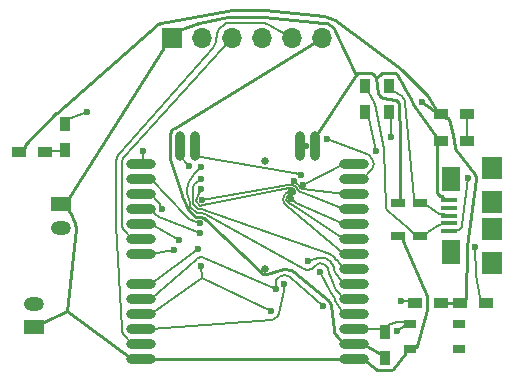
<source format=gtl>
G04 #@! TF.FileFunction,Copper,L1,Top,Signal*
%FSLAX46Y46*%
G04 Gerber Fmt 4.6, Leading zero omitted, Abs format (unit mm)*
G04 Created by KiCad (PCBNEW 4.0.7) date 06/27/18 00:10:41*
%MOMM*%
%LPD*%
G01*
G04 APERTURE LIST*
%ADD10C,0.150000*%
%ADD11R,1.200000X0.750000*%
%ADD12R,1.200000X0.900000*%
%ADD13R,1.350000X0.400000*%
%ADD14R,1.600000X2.100000*%
%ADD15R,1.800000X1.900000*%
%ADD16R,0.900000X1.200000*%
%ADD17C,0.650000*%
%ADD18R,1.700000X1.200000*%
%ADD19O,1.700000X1.200000*%
%ADD20R,1.050000X0.650000*%
%ADD21R,1.700000X1.700000*%
%ADD22O,1.700000X1.700000*%
%ADD23O,2.500000X0.900000*%
%ADD24O,0.900000X2.500000*%
%ADD25C,0.600000*%
%ADD26C,0.250000*%
%ADD27C,0.200000*%
G04 APERTURE END LIST*
D10*
D11*
X163027000Y-106756000D03*
X161127000Y-106756000D03*
D12*
X166987000Y-96469200D03*
X164787000Y-96469200D03*
X162628000Y-112471000D03*
X164828000Y-112471000D03*
X131300000Y-99644200D03*
X129100000Y-99644200D03*
D13*
X165519000Y-106335000D03*
X165519000Y-105685000D03*
X165519000Y-105035000D03*
X165519000Y-104385000D03*
X165519000Y-103735000D03*
D14*
X165669000Y-108135000D03*
X165669000Y-101935000D03*
D15*
X169096000Y-106185000D03*
X169096000Y-103885000D03*
X169096000Y-109035000D03*
X169096000Y-101035000D03*
D12*
X164787000Y-98755200D03*
X166987000Y-98755200D03*
D16*
X160045000Y-114927000D03*
X160045000Y-117127000D03*
X158331000Y-94036200D03*
X158331000Y-96236200D03*
X160363000Y-94036200D03*
X160363000Y-96236200D03*
X132994000Y-99474200D03*
X132994000Y-97274200D03*
D11*
X163027000Y-103962000D03*
X161127000Y-103962000D03*
D12*
X168638000Y-112471000D03*
X166438000Y-112471000D03*
D17*
X149861000Y-100428000D03*
X149861000Y-109528000D03*
D18*
X132613000Y-104089000D03*
D19*
X132613000Y-106089000D03*
D18*
X130327000Y-114503000D03*
D19*
X130327000Y-112503000D03*
D20*
X162161000Y-114190000D03*
X166311000Y-114190000D03*
X162161000Y-116340000D03*
X166311000Y-116340000D03*
D21*
X142011000Y-89992200D03*
D22*
X144551000Y-89992200D03*
X147091000Y-89992200D03*
X149631000Y-89992200D03*
X152171000Y-89992200D03*
X154711000Y-89992200D03*
D23*
X139413566Y-117162338D03*
X139413566Y-115892338D03*
X139413566Y-114622338D03*
X139413566Y-113352338D03*
X139413566Y-112082338D03*
X139413566Y-110812338D03*
X139413566Y-108272338D03*
X139413566Y-107002338D03*
X139413566Y-105732338D03*
X139413566Y-104462338D03*
X139413566Y-103192338D03*
X139413566Y-101922338D03*
X139413566Y-100652338D03*
D24*
X142698566Y-99162338D03*
X143968566Y-99162338D03*
X152858566Y-99162338D03*
X154128566Y-99162338D03*
D23*
X157413566Y-100652338D03*
X157413566Y-101922338D03*
X157413566Y-103192338D03*
X157413566Y-104462338D03*
X157413566Y-105732338D03*
X157413566Y-107002338D03*
X157413566Y-108272338D03*
X157413566Y-109542338D03*
X157413566Y-110812338D03*
X157413566Y-112082338D03*
X157413566Y-113352338D03*
X157413566Y-114622338D03*
X157413566Y-115892338D03*
X157413566Y-117162338D03*
D25*
X163166500Y-95462100D03*
X161095100Y-114775000D03*
X161390700Y-112310900D03*
X167051200Y-101873000D03*
X150401100Y-113153400D03*
X144478300Y-109294400D03*
X160576500Y-98388600D03*
X159290300Y-99535700D03*
X150790400Y-111289700D03*
X154791600Y-112674800D03*
X134831400Y-96259800D03*
X154584200Y-109809300D03*
X144478300Y-100963600D03*
X153530600Y-108919500D03*
X144466900Y-101923000D03*
X152084200Y-103015100D03*
X144485200Y-102825700D03*
X152084200Y-103657300D03*
X144595900Y-103712500D03*
X152330800Y-102135900D03*
X155179200Y-98598900D03*
X153158300Y-102481900D03*
X153387700Y-99145400D03*
X152980300Y-101564100D03*
X143433400Y-100866600D03*
X139559100Y-99602200D03*
X144391100Y-105631800D03*
X141143700Y-104481800D03*
X144410800Y-106514600D03*
X142603700Y-107131600D03*
X142225200Y-107968800D03*
X144205500Y-107906100D03*
X151545700Y-110795000D03*
X167690700Y-107714100D03*
D26*
X129575000Y-99319200D02*
X129100000Y-99644200D01*
X129575000Y-99194200D02*
X129575000Y-99319200D01*
X129575000Y-99169900D02*
X129575000Y-99194200D01*
X129593200Y-99125000D02*
X129575000Y-99169900D01*
X129610000Y-99107500D02*
X129593200Y-99125000D01*
X132237400Y-96379000D02*
X129610000Y-99107500D01*
X132243800Y-96372400D02*
X132237400Y-96379000D01*
X132257000Y-96359800D02*
X132243800Y-96372400D01*
X132263900Y-96353800D02*
X132257000Y-96359800D01*
X140880900Y-88821800D02*
X132263900Y-96353800D01*
X140924200Y-88783900D02*
X140880900Y-88821800D01*
X141028000Y-88733800D02*
X140924200Y-88783900D01*
X141084600Y-88723500D02*
X141028000Y-88733800D01*
X146673100Y-87703200D02*
X141084600Y-88723500D01*
X146776500Y-87684400D02*
X146673100Y-87703200D01*
X146985900Y-87665400D02*
X146776500Y-87684400D01*
X147091000Y-87665400D02*
X146985900Y-87665400D01*
X149631000Y-87665400D02*
X147091000Y-87665400D01*
X149688400Y-87665400D02*
X149631000Y-87665400D01*
X149803100Y-87671000D02*
X149688400Y-87665400D01*
X149860300Y-87676700D02*
X149803100Y-87671000D01*
X154891000Y-88174900D02*
X149860300Y-87676700D01*
X155136300Y-88199200D02*
X154891000Y-88174900D01*
X155596500Y-88376200D02*
X155136300Y-88199200D01*
X155794900Y-88522500D02*
X155596500Y-88376200D01*
X161392400Y-92650500D02*
X155794900Y-88522500D01*
X161423100Y-92673200D02*
X161392400Y-92650500D01*
X161480700Y-92723100D02*
X161423100Y-92673200D01*
X161507500Y-92750200D02*
X161480700Y-92723100D01*
X163682700Y-94952200D02*
X161507500Y-92750200D01*
X163714800Y-94984600D02*
X163682700Y-94952200D01*
X163770200Y-95057000D02*
X163714800Y-94984600D01*
X163793200Y-95096400D02*
X163770200Y-95057000D01*
X164295000Y-95956200D02*
X163793200Y-95096400D01*
X164303300Y-95970600D02*
X164295000Y-95956200D01*
X164312000Y-96002600D02*
X164303300Y-95970600D01*
X164312000Y-96019200D02*
X164312000Y-96002600D01*
X164312000Y-96144200D02*
X164312000Y-96019200D01*
X164787000Y-96469200D02*
X164312000Y-96144200D01*
X165262000Y-96794200D02*
X164787000Y-96469200D01*
X165387000Y-96794200D02*
X165262000Y-96794200D01*
X165430900Y-96794200D02*
X165387000Y-96794200D01*
X165499500Y-96849200D02*
X165430900Y-96794200D01*
X165509000Y-96892100D02*
X165499500Y-96849200D01*
X165802500Y-98212900D02*
X165509000Y-96892100D01*
X165807600Y-98240400D02*
X165802500Y-98212900D01*
X165966400Y-99270000D02*
X165807600Y-98240400D01*
X166019800Y-99427400D02*
X166054600Y-99471000D01*
X165974900Y-99325200D02*
X166019800Y-99427400D01*
X165966400Y-99270000D02*
X165974900Y-99325200D01*
X167614900Y-101422300D02*
X166054600Y-99471000D01*
X167708000Y-101538700D02*
X167614900Y-101422300D01*
X167786700Y-101826100D02*
X167708000Y-101538700D01*
X167765900Y-101973600D02*
X167786700Y-101826100D01*
X166972200Y-107613000D02*
X167765900Y-101973600D01*
X166965500Y-107682100D02*
X166965200Y-107705300D01*
X166969000Y-107635900D02*
X166965500Y-107682100D01*
X166972200Y-107613000D02*
X166969000Y-107635900D01*
X166913000Y-112019500D02*
X166965200Y-107705300D01*
X166913000Y-112021000D02*
X166913000Y-112019500D01*
X166913000Y-112146000D02*
X166913000Y-112021000D01*
X166438000Y-112471000D02*
X166913000Y-112146000D01*
X164312000Y-96144200D02*
X164787000Y-96469200D01*
X164187000Y-96144200D02*
X164312000Y-96144200D01*
X164167900Y-96144100D02*
X164187000Y-96144200D01*
X164131400Y-96132700D02*
X164167900Y-96144100D01*
X164115700Y-96121800D02*
X164131400Y-96132700D01*
X163166500Y-95462100D02*
X164115700Y-96121800D01*
X165963000Y-112471000D02*
X166438000Y-112471000D01*
X165838000Y-112471000D02*
X165963000Y-112471000D01*
X165428000Y-112471000D02*
X165838000Y-112471000D01*
X165303000Y-112471000D02*
X165428000Y-112471000D01*
X164828000Y-112471000D02*
X165303000Y-112471000D01*
X138613600Y-117162300D02*
X133134600Y-113162100D01*
X139413600Y-117162300D02*
X138613600Y-117162300D01*
X164443400Y-99080200D02*
X164787000Y-98755200D01*
X164443400Y-99205200D02*
X164443400Y-99080200D01*
X164443400Y-102959400D02*
X164443400Y-99205200D01*
X164443400Y-102962700D02*
X164443400Y-102959400D01*
X164443600Y-102988300D02*
X164443400Y-102962700D01*
X164673000Y-103397700D02*
X164839200Y-103409400D01*
X164444900Y-103154900D02*
X164673000Y-103397700D01*
X164443600Y-102988300D02*
X164444900Y-103154900D01*
X164852800Y-103410300D02*
X164839200Y-103409400D01*
X164901900Y-103413800D02*
X164852800Y-103410300D01*
X164969000Y-103485800D02*
X164901900Y-103413800D01*
X164969000Y-103535000D02*
X164969000Y-103485800D01*
X164969000Y-103660000D02*
X164969000Y-103535000D01*
X165519000Y-103735000D02*
X164969000Y-103660000D01*
X131228100Y-114017100D02*
X133134600Y-113162100D01*
X131216000Y-114022500D02*
X131228100Y-114017100D01*
X131190200Y-114028000D02*
X131216000Y-114022500D01*
X131177000Y-114028000D02*
X131190200Y-114028000D01*
X131052000Y-114028000D02*
X131177000Y-114028000D01*
X130327000Y-114503000D02*
X131052000Y-114028000D01*
X156613600Y-117162300D02*
X157413600Y-117162300D01*
X140213600Y-117162300D02*
X156613600Y-117162300D01*
X139413600Y-117162300D02*
X140213600Y-117162300D01*
X133338000Y-104564000D02*
X132613000Y-104089000D01*
X133338000Y-104689000D02*
X133338000Y-104564000D01*
X133344300Y-104730800D02*
X133350500Y-104743500D01*
X133338000Y-104703200D02*
X133344300Y-104730800D01*
X133338000Y-104689000D02*
X133338000Y-104703200D01*
X133785900Y-105641600D02*
X133350500Y-104743500D01*
X133848700Y-105771300D02*
X133785900Y-105641600D01*
X133898100Y-106055300D02*
X133848700Y-105771300D01*
X133882700Y-106198600D02*
X133898100Y-106055300D01*
X133134600Y-113162100D02*
X133882700Y-106198600D01*
X162561000Y-116140000D02*
X162161000Y-116340000D01*
X162686000Y-116140000D02*
X162561000Y-116140000D01*
X162795300Y-116088900D02*
X162806500Y-116048300D01*
X162728200Y-116140000D02*
X162795300Y-116088900D01*
X162686000Y-116140000D02*
X162728200Y-116140000D01*
X163638300Y-113034200D02*
X162806500Y-116048300D01*
X163653600Y-112949700D02*
X163653600Y-112921000D01*
X163645900Y-113006500D02*
X163653600Y-112949700D01*
X163638300Y-113034200D02*
X163645900Y-113006500D01*
X163653600Y-112021000D02*
X163653600Y-112921000D01*
X163636100Y-111892800D02*
X163619100Y-111853000D01*
X163653600Y-111977700D02*
X163636100Y-111892800D01*
X163653600Y-112021000D02*
X163653600Y-111977700D01*
X161612100Y-107180300D02*
X163619100Y-111853000D01*
X161607100Y-107168600D02*
X161612100Y-107180300D01*
X161602000Y-107143700D02*
X161607100Y-107168600D01*
X161602000Y-107131000D02*
X161602000Y-107143700D01*
X161602000Y-107006000D02*
X161602000Y-107131000D01*
X161127000Y-106756000D02*
X161602000Y-107006000D01*
X142736000Y-89267200D02*
X142011000Y-89992200D01*
X142861000Y-89267200D02*
X142736000Y-89267200D01*
X142895200Y-89263000D02*
X142905900Y-89258800D01*
X142872500Y-89267200D02*
X142895200Y-89263000D01*
X142861000Y-89267200D02*
X142872500Y-89267200D01*
X144092500Y-88801800D02*
X142905900Y-89258800D01*
X144142900Y-88782400D02*
X144092500Y-88801800D01*
X144246600Y-88752200D02*
X144142900Y-88782400D01*
X144299600Y-88741600D02*
X144246600Y-88752200D01*
X146740900Y-88250800D02*
X144299600Y-88741600D01*
X146827400Y-88233500D02*
X146740900Y-88250800D01*
X147002800Y-88216000D02*
X146827400Y-88233500D01*
X147091000Y-88216000D02*
X147002800Y-88216000D01*
X149631000Y-88216000D02*
X147091000Y-88216000D01*
X149674800Y-88216000D02*
X149631000Y-88216000D01*
X149762400Y-88220300D02*
X149674800Y-88216000D01*
X149806000Y-88224600D02*
X149762400Y-88220300D01*
X154836700Y-88722800D02*
X149806000Y-88224600D01*
X155172700Y-88756100D02*
X154836700Y-88722800D01*
X155723800Y-89146500D02*
X155172700Y-88756100D01*
X155866700Y-89452400D02*
X155723800Y-89146500D01*
X157583400Y-93127600D02*
X155866700Y-89452400D01*
X154128600Y-98362300D02*
X157583400Y-93127600D01*
X154128600Y-99162300D02*
X154128600Y-98362300D01*
X161761000Y-116540000D02*
X162161000Y-116340000D01*
X161761000Y-116665000D02*
X161761000Y-116540000D01*
X161761000Y-116684800D02*
X161761000Y-116665000D01*
X161748800Y-116722400D02*
X161761000Y-116684800D01*
X161737200Y-116738400D02*
X161748800Y-116722400D01*
X160839600Y-117976800D02*
X161737200Y-116738400D01*
X160779500Y-118059600D02*
X160839600Y-117976800D01*
X160597300Y-118152600D02*
X160779500Y-118059600D01*
X160495000Y-118152600D02*
X160597300Y-118152600D01*
X159595000Y-118152600D02*
X160495000Y-118152600D01*
X159522200Y-118152600D02*
X159595000Y-118152600D01*
X159385000Y-118104300D02*
X159522200Y-118152600D01*
X159328300Y-118058700D02*
X159385000Y-118104300D01*
X158213600Y-117162300D02*
X159328300Y-118058700D01*
X157413600Y-117162300D02*
X158213600Y-117162300D01*
X159628100Y-93120000D02*
X159309900Y-93406800D01*
X159686700Y-93067200D02*
X159628100Y-93120000D01*
X159834100Y-93010600D02*
X159686700Y-93067200D01*
X159913000Y-93010600D02*
X159834100Y-93010600D01*
X160813000Y-93010600D02*
X159913000Y-93010600D01*
X160930000Y-93010600D02*
X160813000Y-93010600D01*
X161131000Y-93130100D02*
X160930000Y-93010600D01*
X161186900Y-93232800D02*
X161131000Y-93130100D01*
X162110300Y-94930600D02*
X161186900Y-93232800D01*
X162148300Y-95005500D02*
X162110300Y-94930600D01*
X162510400Y-95772000D02*
X162148300Y-95005500D01*
X162560000Y-95861900D02*
X162580200Y-95889600D01*
X162525000Y-95803000D02*
X162560000Y-95861900D01*
X162510400Y-95772000D02*
X162525000Y-95803000D01*
X164288000Y-98231600D02*
X162580200Y-95889600D01*
X164299700Y-98247600D02*
X164288000Y-98231600D01*
X164312000Y-98285400D02*
X164299700Y-98247600D01*
X164312000Y-98305200D02*
X164312000Y-98285400D01*
X164312000Y-98430200D02*
X164312000Y-98305200D01*
X164787000Y-98755200D02*
X164312000Y-98430200D01*
X159491600Y-94695600D02*
X159309900Y-93406800D01*
X159709100Y-95035400D02*
X159848200Y-95056800D01*
X159511200Y-94835000D02*
X159709100Y-95035400D01*
X159491600Y-94695600D02*
X159511200Y-94835000D01*
X160877800Y-95215600D02*
X159848200Y-95056800D01*
X161030700Y-95239100D02*
X160877800Y-95215600D01*
X161234900Y-95471700D02*
X161030700Y-95239100D01*
X161238500Y-95626400D02*
X161234900Y-95471700D01*
X161301900Y-98371800D02*
X161238500Y-95626400D01*
X161302100Y-98388600D02*
X161301900Y-98371800D01*
X161302100Y-103587000D02*
X161302100Y-98388600D01*
X161302100Y-103712000D02*
X161302100Y-103587000D01*
X161127000Y-103962000D02*
X161302100Y-103712000D01*
X157624600Y-93096500D02*
X157583400Y-93127600D01*
X157680000Y-93054700D02*
X157624600Y-93096500D01*
X157811600Y-93010600D02*
X157680000Y-93054700D01*
X157881000Y-93010600D02*
X157811600Y-93010600D01*
X158781000Y-93010600D02*
X157881000Y-93010600D01*
X158875900Y-93010600D02*
X158781000Y-93010600D01*
X159047700Y-93091200D02*
X158875900Y-93010600D01*
X159108400Y-93164200D02*
X159047700Y-93091200D01*
X159309900Y-93406800D02*
X159108400Y-93164200D01*
X141286000Y-90717200D02*
X142011000Y-89992200D01*
X141286000Y-90842200D02*
X141286000Y-90717200D01*
X141286000Y-90859900D02*
X141286000Y-90842200D01*
X141276200Y-90894000D02*
X141286000Y-90859900D01*
X141266700Y-90909000D02*
X141276200Y-90894000D01*
X133357300Y-103422200D02*
X141266700Y-90909000D01*
X133338000Y-103471300D02*
X133338000Y-103489000D01*
X133347800Y-103437200D02*
X133338000Y-103471300D01*
X133357300Y-103422200D02*
X133347800Y-103437200D01*
X133338000Y-103614000D02*
X133338000Y-103489000D01*
X132613000Y-104089000D02*
X133338000Y-103614000D01*
X158213600Y-115892300D02*
X157413600Y-115892300D01*
X159533600Y-116635900D02*
X158213600Y-115892300D01*
X159578900Y-116652000D02*
X159595000Y-116652000D01*
X159547700Y-116643800D02*
X159578900Y-116652000D01*
X159533600Y-116635900D02*
X159547700Y-116643800D01*
X159720000Y-116652000D02*
X159595000Y-116652000D01*
X160045000Y-117127000D02*
X159720000Y-116652000D01*
X142241900Y-97615200D02*
X154711000Y-89992200D01*
X141823000Y-98133600D02*
X141823000Y-98362300D01*
X142046700Y-97734500D02*
X141823000Y-98133600D01*
X142241900Y-97615200D02*
X142046700Y-97734500D01*
X141823000Y-99962300D02*
X141823000Y-98362300D01*
X141843000Y-100160100D02*
X141862900Y-100223500D01*
X141823000Y-100028700D02*
X141843000Y-100160100D01*
X141823000Y-99962300D02*
X141823000Y-100028700D01*
X142837000Y-103340800D02*
X141862900Y-100223500D01*
X142893800Y-103498400D02*
X142917200Y-103549100D01*
X142853700Y-103394100D02*
X142893800Y-103498400D01*
X142837000Y-103340800D02*
X142853700Y-103394100D01*
X143274000Y-104322400D02*
X142917200Y-103549100D01*
X144059300Y-105119300D02*
X144441400Y-105160100D01*
X143435000Y-104671300D02*
X144059300Y-105119300D01*
X143274000Y-104322400D02*
X143435000Y-104671300D01*
X144518900Y-105168400D02*
X144441400Y-105160100D01*
X144660500Y-105233600D02*
X144518900Y-105168400D01*
X144717100Y-105287200D02*
X144660500Y-105233600D01*
X149636700Y-109940900D02*
X144717100Y-105287200D01*
X149705100Y-109978600D02*
X149731500Y-109978600D01*
X149655900Y-109959100D02*
X149705100Y-109978600D01*
X149636700Y-109940900D02*
X149655900Y-109959100D01*
X149964900Y-109978600D02*
X149731500Y-109978600D01*
X149965400Y-109978600D02*
X149964900Y-109978600D01*
X149991000Y-109978500D02*
X149965400Y-109978600D01*
X150020900Y-109975500D02*
X150030500Y-109972600D01*
X150001000Y-109978500D02*
X150020900Y-109975500D01*
X149991000Y-109978500D02*
X150001000Y-109978500D01*
X151190400Y-109621400D02*
X150030500Y-109972600D01*
X151480700Y-109533500D02*
X151190400Y-109621400D01*
X152076400Y-109648700D02*
X151480700Y-109533500D01*
X152313000Y-109838500D02*
X152076400Y-109648700D01*
X155205500Y-112158900D02*
X152313000Y-109838500D01*
X155304300Y-112238200D02*
X155205500Y-112158900D01*
X155429300Y-112458500D02*
X155304300Y-112238200D01*
X155446700Y-112583900D02*
X155429300Y-112458500D01*
X155746300Y-114742700D02*
X155446700Y-112583900D01*
X155884600Y-115126500D02*
X155979400Y-115226000D01*
X155765200Y-114878800D02*
X155884600Y-115126500D01*
X155746300Y-114742700D02*
X155765200Y-114878800D01*
X156613600Y-115892300D02*
X155979400Y-115226000D01*
X157413600Y-115892300D02*
X156613600Y-115892300D01*
D27*
X162527000Y-103687000D02*
X163027000Y-103962000D01*
X162527000Y-103587000D02*
X162527000Y-103687000D01*
X162526500Y-103577500D02*
X162527000Y-103587000D01*
X161759900Y-95545800D02*
X162526500Y-103577500D01*
X161502400Y-94943800D02*
X161312200Y-94826500D01*
X161738700Y-95323300D02*
X161502400Y-94943800D01*
X161759900Y-95545800D02*
X161738700Y-95323300D01*
X160865500Y-94551100D02*
X161312200Y-94826500D01*
X160826900Y-94536200D02*
X160813000Y-94536200D01*
X160853700Y-94543800D02*
X160826900Y-94536200D01*
X160865500Y-94551100D02*
X160853700Y-94543800D01*
X160713000Y-94536200D02*
X160813000Y-94536200D01*
X160363000Y-94036200D02*
X160713000Y-94536200D01*
X163527000Y-104237000D02*
X163027000Y-103962000D01*
X163627000Y-104237000D02*
X163527000Y-104237000D01*
X163641400Y-104237000D02*
X163627000Y-104237000D01*
X163669000Y-104245100D02*
X163641400Y-104237000D01*
X163681100Y-104252900D02*
X163669000Y-104245100D01*
X164654600Y-104879300D02*
X163681100Y-104252900D01*
X164793600Y-104935000D02*
X164844000Y-104935000D01*
X164697000Y-104906600D02*
X164793600Y-104935000D01*
X164654600Y-104879300D02*
X164697000Y-104906600D01*
X164944000Y-104935000D02*
X164844000Y-104935000D01*
X165519000Y-105035000D02*
X164944000Y-104935000D01*
X163527000Y-106481000D02*
X163027000Y-106756000D01*
X163627000Y-106481000D02*
X163527000Y-106481000D01*
X163668900Y-106472900D02*
X163681000Y-106465200D01*
X163641400Y-106481000D02*
X163668900Y-106472900D01*
X163627000Y-106481000D02*
X163641400Y-106481000D01*
X164655000Y-105840400D02*
X163681000Y-106465200D01*
X164697300Y-105813300D02*
X164655000Y-105840400D01*
X164793700Y-105785000D02*
X164697300Y-105813300D01*
X164844000Y-105785000D02*
X164793700Y-105785000D01*
X164944000Y-105785000D02*
X164844000Y-105785000D01*
X165519000Y-105685000D02*
X164944000Y-105785000D01*
X162527000Y-106481000D02*
X163027000Y-106756000D01*
X162427000Y-106481000D02*
X162527000Y-106481000D01*
X162406800Y-106481000D02*
X162427000Y-106481000D01*
X162369600Y-106465300D02*
X162406800Y-106481000D01*
X162355500Y-106450900D02*
X162369600Y-106465300D01*
X162013500Y-106101000D02*
X162355500Y-106450900D01*
X161991400Y-106079900D02*
X161983600Y-106073300D01*
X162006400Y-106093700D02*
X161991400Y-106079900D01*
X162013500Y-106101000D02*
X162006400Y-106093700D01*
X160270400Y-104644700D02*
X161983600Y-106073300D01*
X160204300Y-104589400D02*
X160270400Y-104644700D01*
X160129000Y-104434400D02*
X160204300Y-104589400D01*
X160126600Y-104348300D02*
X160129000Y-104434400D01*
X159990600Y-99516000D02*
X160126600Y-104348300D01*
X159982400Y-99422800D02*
X159976100Y-99392200D01*
X159989700Y-99484800D02*
X159982400Y-99422800D01*
X159990600Y-99516000D02*
X159989700Y-99484800D01*
X159173100Y-95554200D02*
X159976100Y-99392200D01*
X159143800Y-95463300D02*
X159127800Y-95435700D01*
X159166600Y-95523000D02*
X159143800Y-95463300D01*
X159173100Y-95554200D02*
X159166600Y-95523000D01*
X158694400Y-94686300D02*
X159127800Y-95435700D01*
X158687800Y-94674900D02*
X158694400Y-94686300D01*
X158681000Y-94649400D02*
X158687800Y-94674900D01*
X158681000Y-94636200D02*
X158681000Y-94649400D01*
X158681000Y-94536200D02*
X158681000Y-94636200D01*
X158331000Y-94036200D02*
X158681000Y-94536200D01*
X161736000Y-114415000D02*
X162161000Y-114190000D01*
X161636000Y-114415000D02*
X161736000Y-114415000D01*
X161590900Y-114424400D02*
X161578300Y-114433400D01*
X161620500Y-114415000D02*
X161590900Y-114424400D01*
X161636000Y-114415000D02*
X161620500Y-114415000D01*
X161095100Y-114775000D02*
X161578300Y-114433400D01*
X159695000Y-114622300D02*
X160045000Y-114927000D01*
X159595000Y-114622300D02*
X159695000Y-114622300D01*
X158213600Y-114622300D02*
X159595000Y-114622300D01*
X157413600Y-114622300D02*
X158213600Y-114622300D01*
X161736000Y-114074400D02*
X162161000Y-114190000D01*
X161636000Y-114074400D02*
X161736000Y-114074400D01*
X161095100Y-114074400D02*
X161636000Y-114074400D01*
X160943900Y-114089000D02*
X160895200Y-114103500D01*
X161044300Y-114074400D02*
X160943900Y-114089000D01*
X161095100Y-114074400D02*
X161044300Y-114074400D01*
X160466500Y-114231200D02*
X160895200Y-114103500D01*
X160395100Y-114293800D02*
X160395000Y-114327000D01*
X160434700Y-114240700D02*
X160395100Y-114293800D01*
X160466500Y-114231200D02*
X160434700Y-114240700D01*
X160395000Y-114427000D02*
X160395000Y-114327000D01*
X160045000Y-114927000D02*
X160395000Y-114427000D01*
X166987000Y-96819200D02*
X166987000Y-96469200D01*
X166987000Y-96919200D02*
X166987000Y-96819200D01*
X166987000Y-98305200D02*
X166987000Y-96919200D01*
X166987000Y-98405200D02*
X166987000Y-98305200D01*
X166987000Y-98755200D02*
X166987000Y-98405200D01*
X162128000Y-112310900D02*
X162628000Y-112471000D01*
X162028000Y-112310900D02*
X162128000Y-112310900D01*
X161390700Y-112310900D02*
X162028000Y-112310900D01*
X131800000Y-99559200D02*
X131300000Y-99644200D01*
X131900000Y-99559200D02*
X131800000Y-99559200D01*
X132544000Y-99559200D02*
X131900000Y-99559200D01*
X132644000Y-99559200D02*
X132544000Y-99559200D01*
X132994000Y-99474200D02*
X132644000Y-99559200D01*
X166591900Y-105831200D02*
X167051200Y-101873000D01*
X166587100Y-105872600D02*
X166591900Y-105831200D01*
X166560600Y-105951700D02*
X166587100Y-105872600D01*
X166539500Y-105987700D02*
X166560600Y-105951700D01*
X166495900Y-106062100D02*
X166539500Y-105987700D01*
X166448800Y-106142400D02*
X166495900Y-106062100D01*
X166287100Y-106235000D02*
X166448800Y-106142400D01*
X166194000Y-106235000D02*
X166287100Y-106235000D01*
X166094000Y-106235000D02*
X166194000Y-106235000D01*
X165519000Y-106335000D02*
X166094000Y-106235000D01*
X150401100Y-113153400D02*
X144561500Y-110345200D01*
X140213600Y-113352300D02*
X144561500Y-110345200D01*
X139413600Y-113352300D02*
X140213600Y-113352300D01*
X144478300Y-109294400D02*
X144561500Y-110345200D01*
X160576500Y-96736200D02*
X160363000Y-96236200D01*
X160576500Y-96836200D02*
X160576500Y-96736200D01*
X160576500Y-98388600D02*
X160576500Y-96836200D01*
X158681000Y-96736200D02*
X158331000Y-96236200D01*
X158681000Y-96836200D02*
X158681000Y-96736200D01*
X158682200Y-96852900D02*
X158683500Y-96858300D01*
X158681000Y-96841800D02*
X158682200Y-96852900D01*
X158681000Y-96836200D02*
X158681000Y-96841800D01*
X159290300Y-99535700D02*
X158683500Y-96858300D01*
X144759000Y-108652500D02*
X150790400Y-111289700D01*
X144171100Y-108632800D02*
X144018000Y-108766300D01*
X144572800Y-108571100D02*
X144171100Y-108632800D01*
X144759000Y-108652500D02*
X144572800Y-108571100D01*
X140213600Y-112082300D02*
X144018000Y-108766300D01*
X139413600Y-112082300D02*
X140213600Y-112082300D01*
X150848800Y-110723200D02*
X150790400Y-111289700D01*
X150868900Y-110528400D02*
X150848800Y-110723200D01*
X151105300Y-110216000D02*
X150868900Y-110528400D01*
X151469500Y-110071500D02*
X151105300Y-110216000D01*
X151855700Y-110136900D02*
X151469500Y-110071500D01*
X152003900Y-110265000D02*
X151855700Y-110136900D01*
X154791600Y-112674800D02*
X152003900Y-110265000D01*
X133479200Y-96767800D02*
X134831400Y-96259800D01*
X133470800Y-96771000D02*
X133479200Y-96767800D01*
X133453000Y-96774200D02*
X133470800Y-96771000D01*
X133444000Y-96774200D02*
X133453000Y-96774200D01*
X133344000Y-96774200D02*
X133444000Y-96774200D01*
X132994000Y-97274200D02*
X133344000Y-96774200D01*
X155410200Y-111426800D02*
X154584200Y-109809300D01*
X155410200Y-111426800D02*
X155427600Y-111459700D01*
X155792600Y-112128400D02*
X155427600Y-111459700D01*
X155817300Y-112173700D02*
X155792600Y-112128400D01*
X155858400Y-112268500D02*
X155817300Y-112173700D01*
X155874600Y-112317500D02*
X155858400Y-112268500D01*
X155877100Y-112325300D02*
X155874600Y-112317500D01*
X155959300Y-112503800D02*
X155999500Y-112555800D01*
X155897700Y-112387700D02*
X155959300Y-112503800D01*
X155877100Y-112325300D02*
X155897700Y-112387700D01*
X156613600Y-113352300D02*
X155999500Y-112555800D01*
X157413600Y-113352300D02*
X156613600Y-113352300D01*
X143994300Y-101405800D02*
X144478300Y-100963600D01*
X143900900Y-101507600D02*
X143876100Y-101546500D01*
X143960200Y-101436900D02*
X143900900Y-101507600D01*
X143994300Y-101405800D02*
X143960200Y-101436900D01*
X143472200Y-102180100D02*
X143876100Y-101546500D01*
X143260500Y-102857600D02*
X143314000Y-103092300D01*
X143342800Y-102383100D02*
X143260500Y-102857600D01*
X143472200Y-102180100D02*
X143342800Y-102383100D01*
X143511300Y-103959400D02*
X143314000Y-103092300D01*
X144123400Y-104780700D02*
X144477900Y-104818500D01*
X143590400Y-104307000D02*
X144123400Y-104780700D01*
X143511300Y-103959400D02*
X143590400Y-104307000D01*
X144558400Y-104827200D02*
X144477900Y-104818500D01*
X144713000Y-104875600D02*
X144558400Y-104827200D01*
X144784000Y-104914500D02*
X144713000Y-104875600D01*
X153199300Y-109524300D02*
X144784000Y-104914500D01*
X153898700Y-109552400D02*
X154057500Y-109364500D01*
X153415000Y-109642500D02*
X153898700Y-109552400D01*
X153199300Y-109524300D02*
X153415000Y-109642500D01*
X154057300Y-109364300D02*
X154057500Y-109364500D01*
X154183800Y-109214700D02*
X154057300Y-109364300D01*
X154556100Y-109093000D02*
X154183800Y-109214700D01*
X154936900Y-109185200D02*
X154556100Y-109093000D01*
X155212300Y-109463800D02*
X154936900Y-109185200D01*
X155256200Y-109654700D02*
X155212300Y-109463800D01*
X155299900Y-109844500D02*
X155256200Y-109654700D01*
X155350000Y-110015500D02*
X155373300Y-110070200D01*
X155313200Y-109902400D02*
X155350000Y-110015500D01*
X155299900Y-109844500D02*
X155313200Y-109902400D01*
X155831000Y-111145400D02*
X155373300Y-110070200D01*
X155939900Y-111336600D02*
X155989900Y-111390600D01*
X155859800Y-111213100D02*
X155939900Y-111336600D01*
X155831000Y-111145400D02*
X155859800Y-111213100D01*
X156076200Y-111483700D02*
X155989900Y-111390600D01*
X156095400Y-111504800D02*
X156076200Y-111483700D01*
X156613600Y-112082300D02*
X156095400Y-111504800D01*
X157413600Y-112082300D02*
X156613600Y-112082300D01*
X154172000Y-108684500D02*
X153530600Y-108919500D01*
X154426100Y-108591300D02*
X154172000Y-108684500D01*
X154965100Y-108641700D02*
X154426100Y-108591300D01*
X155430100Y-108918900D02*
X154965100Y-108641700D01*
X155730700Y-109369100D02*
X155430100Y-108918900D01*
X155769700Y-109636900D02*
X155730700Y-109369100D01*
X155773700Y-109664400D02*
X155769700Y-109636900D01*
X155898300Y-110016100D02*
X155982200Y-110109500D01*
X155791800Y-109788700D02*
X155898300Y-110016100D01*
X155773700Y-109664400D02*
X155791800Y-109788700D01*
X156613600Y-110812300D02*
X155982200Y-110109500D01*
X157413600Y-110812300D02*
X156613600Y-110812300D01*
X144032300Y-102291100D02*
X144466900Y-101923000D01*
X143780100Y-102686500D02*
X143784900Y-102846300D01*
X143910300Y-102394400D02*
X143780100Y-102686500D01*
X144032300Y-102291100D02*
X143910300Y-102394400D01*
X143811000Y-103735600D02*
X143784900Y-102846300D01*
X144219800Y-104462100D02*
X144512600Y-104493300D01*
X143819700Y-104029900D02*
X144219800Y-104462100D01*
X143811000Y-103735600D02*
X143819700Y-104029900D01*
X144578900Y-104500300D02*
X144512600Y-104493300D01*
X144708900Y-104529700D02*
X144578900Y-104500300D01*
X144771700Y-104551900D02*
X144708900Y-104529700D01*
X155148300Y-108208600D02*
X144771700Y-104551900D01*
X155381100Y-108290600D02*
X155148300Y-108208600D01*
X155780600Y-108580500D02*
X155381100Y-108290600D01*
X155930800Y-108776300D02*
X155780600Y-108580500D01*
X155940400Y-108788700D02*
X155930800Y-108776300D01*
X155971400Y-108827000D02*
X155982300Y-108839200D01*
X155950400Y-108801700D02*
X155971400Y-108827000D01*
X155940400Y-108788700D02*
X155950400Y-108801700D01*
X156613600Y-109542300D02*
X155982300Y-108839200D01*
X157413600Y-109542300D02*
X156613600Y-109542300D01*
X151506400Y-104001300D02*
X151654700Y-104134700D01*
X151413200Y-103613500D02*
X151506400Y-104001300D01*
X151556000Y-103241100D02*
X151413200Y-103613500D01*
X151884800Y-103015100D02*
X151556000Y-103241100D01*
X152084200Y-103015100D02*
X151884800Y-103015100D01*
X151664000Y-104143100D02*
X151654700Y-104134700D01*
X151664000Y-104143100D02*
X151727400Y-104198000D01*
X156613600Y-108272300D02*
X151727400Y-104198000D01*
X157413600Y-108272300D02*
X156613600Y-108272300D01*
X144176600Y-103528300D02*
X144485200Y-102825700D01*
X144413400Y-104216300D02*
X144686100Y-104161500D01*
X144064700Y-103782900D02*
X144413400Y-104216300D01*
X144176600Y-103528300D02*
X144064700Y-103782900D01*
X151894400Y-102712900D02*
X144686100Y-104161500D01*
X151941300Y-102703500D02*
X151894400Y-102712900D01*
X152036400Y-102694000D02*
X151941300Y-102703500D01*
X152084200Y-102694000D02*
X152036400Y-102694000D01*
X152217200Y-102694000D02*
X152084200Y-102694000D01*
X152405300Y-102882100D02*
X152217200Y-102694000D01*
X152405300Y-103148100D02*
X152405300Y-102882100D01*
X152217200Y-103336200D02*
X152405300Y-103148100D01*
X152084200Y-103336200D02*
X152217200Y-103336200D01*
X151705300Y-103748400D02*
X151869500Y-103896000D01*
X151863500Y-103336200D02*
X151705300Y-103748400D01*
X152084200Y-103336200D02*
X151863500Y-103336200D01*
X151878700Y-103904400D02*
X151869500Y-103896000D01*
X152054300Y-104046400D02*
X152117500Y-104087300D01*
X151934700Y-103954800D02*
X152054300Y-104046400D01*
X151878700Y-103904400D02*
X151934700Y-103954800D01*
X156613600Y-107002300D02*
X152117500Y-104087300D01*
X157413600Y-107002300D02*
X156613600Y-107002300D01*
X152093500Y-103665600D02*
X152084200Y-103657300D01*
X152403000Y-103889300D02*
X152519900Y-103940500D01*
X152188400Y-103751000D02*
X152403000Y-103889300D01*
X152093500Y-103665600D02*
X152188400Y-103751000D01*
X156613600Y-105732300D02*
X152519900Y-103940500D01*
X157413600Y-105732300D02*
X156613600Y-105732300D01*
X151876900Y-102456200D02*
X144595900Y-103712500D01*
X151928200Y-102447300D02*
X151876900Y-102456200D01*
X152032100Y-102438400D02*
X151928200Y-102447300D01*
X152084200Y-102438400D02*
X152032100Y-102438400D01*
X152218400Y-102438400D02*
X152084200Y-102438400D01*
X152459200Y-102556900D02*
X152218400Y-102438400D01*
X152541100Y-102663200D02*
X152459200Y-102556900D01*
X152683300Y-102847800D02*
X152541100Y-102663200D01*
X152865200Y-103011400D02*
X152941900Y-103041100D01*
X152733500Y-102912900D02*
X152865200Y-103011400D01*
X152683300Y-102847800D02*
X152733500Y-102912900D01*
X156613600Y-104462300D02*
X152941900Y-103041100D01*
X157413600Y-104462300D02*
X156613600Y-104462300D01*
X152597800Y-102338500D02*
X152330800Y-102135900D01*
X152676000Y-102398000D02*
X152597800Y-102338500D01*
X152801300Y-102549400D02*
X152676000Y-102398000D01*
X152845000Y-102637400D02*
X152801300Y-102549400D01*
X153032700Y-102820500D02*
X153122200Y-102829800D01*
X152885000Y-102718000D02*
X153032700Y-102820500D01*
X152845000Y-102637400D02*
X152885000Y-102718000D01*
X156613600Y-103192300D02*
X153122200Y-102829800D01*
X157413600Y-103192300D02*
X156613600Y-103192300D01*
X158513700Y-99856400D02*
X155179200Y-98598900D01*
X158711000Y-99930800D02*
X158513700Y-99856400D01*
X158990400Y-100246700D02*
X158711000Y-99930800D01*
X159089900Y-100656600D02*
X158990400Y-100246700D01*
X158986400Y-101065400D02*
X159089900Y-100656600D01*
X158845200Y-101222000D02*
X158986400Y-101065400D01*
X158213600Y-101922300D02*
X158845200Y-101222000D01*
X157413600Y-101922300D02*
X158213600Y-101922300D01*
X156613600Y-100652300D02*
X153158300Y-102481900D01*
X157413600Y-100652300D02*
X156613600Y-100652300D01*
X152858600Y-99145400D02*
X153387700Y-99145400D01*
X152858600Y-99162300D02*
X152858600Y-99145400D01*
X152442400Y-101441600D02*
X152980300Y-101564100D01*
X152442400Y-101441600D02*
X152361300Y-101425400D01*
X143968600Y-99962300D02*
X152361300Y-101425400D01*
X143968600Y-99162300D02*
X143968600Y-99962300D01*
X142698600Y-99962300D02*
X143433400Y-100866600D01*
X142698600Y-99162300D02*
X142698600Y-99962300D01*
X139559100Y-100652300D02*
X139559100Y-99602200D01*
X139413600Y-100652300D02*
X139559100Y-100652300D01*
X144051000Y-105595500D02*
X144391100Y-105631800D01*
X143437200Y-105293600D02*
X144051000Y-105595500D01*
X143200800Y-105046400D02*
X143437200Y-105293600D01*
X140213600Y-101922300D02*
X143200800Y-105046400D01*
X139413600Y-101922300D02*
X140213600Y-101922300D01*
X140998400Y-104134200D02*
X141143700Y-104481800D01*
X140893500Y-103946100D02*
X140845200Y-103892600D01*
X140970600Y-104067700D02*
X140893500Y-103946100D01*
X140998400Y-104134200D02*
X140970600Y-104067700D01*
X140213600Y-103192300D02*
X140845200Y-103892600D01*
X139413600Y-103192300D02*
X140213600Y-103192300D01*
X140888100Y-105134100D02*
X144410800Y-106514600D01*
X140806100Y-105102000D02*
X140888100Y-105134100D01*
X140663000Y-104999100D02*
X140806100Y-105102000D01*
X140606500Y-104931600D02*
X140663000Y-104999100D01*
X140213600Y-104462300D02*
X140606500Y-104931600D01*
X139413600Y-104462300D02*
X140213600Y-104462300D01*
X140213600Y-105732300D02*
X142603700Y-107131600D01*
X139413600Y-105732300D02*
X140213600Y-105732300D01*
X137982200Y-100082300D02*
X147091000Y-89992200D01*
X137763000Y-100494400D02*
X137763000Y-100652300D01*
X137876400Y-100199500D02*
X137763000Y-100494400D01*
X137982200Y-100082300D02*
X137876400Y-100199500D01*
X137763000Y-105732300D02*
X137763000Y-100652300D01*
X137876300Y-106184800D02*
X137982000Y-106302000D01*
X137763000Y-105890100D02*
X137876300Y-106184800D01*
X137763000Y-105732300D02*
X137763000Y-105890100D01*
X138613600Y-107002300D02*
X137982000Y-106302000D01*
X139413600Y-107002300D02*
X138613600Y-107002300D01*
X140213600Y-108272300D02*
X142225200Y-107968800D01*
X139413600Y-108272300D02*
X140213600Y-108272300D01*
X140213600Y-110812300D02*
X144205500Y-107906100D01*
X139413600Y-110812300D02*
X140213600Y-110812300D01*
X151487300Y-111361500D02*
X151545700Y-110795000D01*
X151485500Y-111379500D02*
X151487300Y-111361500D01*
X151479900Y-111415300D02*
X151485500Y-111379500D01*
X151476200Y-111433000D02*
X151479900Y-111415300D01*
X151086900Y-113296700D02*
X151476200Y-111433000D01*
X151039000Y-113525800D02*
X151086900Y-113296700D01*
X150687100Y-113834400D02*
X151039000Y-113525800D01*
X150453700Y-113852000D02*
X150687100Y-113834400D01*
X140213600Y-114622300D02*
X150453700Y-113852000D01*
X139413600Y-114622300D02*
X140213600Y-114622300D01*
X138613600Y-115892300D02*
X139413600Y-115892300D01*
X137982000Y-115192000D02*
X138613600Y-115892300D01*
X137884500Y-115084000D02*
X137982000Y-115192000D01*
X137772500Y-114815500D02*
X137884500Y-115084000D01*
X137764300Y-114670200D02*
X137772500Y-114815500D01*
X137264500Y-105808400D02*
X137764300Y-114670200D01*
X137262400Y-105732300D02*
X137264500Y-105808400D01*
X137262400Y-100652300D02*
X137262400Y-105732300D01*
X137262400Y-100405300D02*
X137262400Y-100652300D01*
X137437100Y-99943400D02*
X137262400Y-100405300D01*
X137600500Y-99758200D02*
X137437100Y-99943400D01*
X145488700Y-90819700D02*
X137600500Y-99758200D01*
X145752500Y-90379800D02*
X145782500Y-90210000D01*
X145602800Y-90690400D02*
X145752500Y-90379800D01*
X145488700Y-90819700D02*
X145602800Y-90690400D01*
X145859500Y-89774400D02*
X145782500Y-90210000D01*
X145938800Y-89326400D02*
X145859500Y-89774400D01*
X146636000Y-88741600D02*
X145938800Y-89326400D01*
X147091000Y-88741600D02*
X146636000Y-88741600D01*
X149631000Y-88741600D02*
X147091000Y-88741600D01*
X149792800Y-88741600D02*
X149631000Y-88741600D01*
X150105800Y-88824000D02*
X149792800Y-88741600D01*
X150246700Y-88903700D02*
X150105800Y-88824000D01*
X152171000Y-89992200D02*
X150246700Y-88903700D01*
X168138000Y-112121000D02*
X168638000Y-112471000D01*
X168138000Y-112021000D02*
X168138000Y-112121000D01*
X168137300Y-112008300D02*
X168136600Y-112004100D01*
X168138000Y-112016800D02*
X168137300Y-112008300D01*
X168138000Y-112021000D02*
X168138000Y-112016800D01*
X167801200Y-110052900D02*
X168136600Y-112004100D01*
X167799100Y-110040600D02*
X167801200Y-110052900D01*
X167796400Y-110015800D02*
X167799100Y-110040600D01*
X167795800Y-110003400D02*
X167796400Y-110015800D01*
X167690700Y-107714100D02*
X167795800Y-110003400D01*
M02*

</source>
